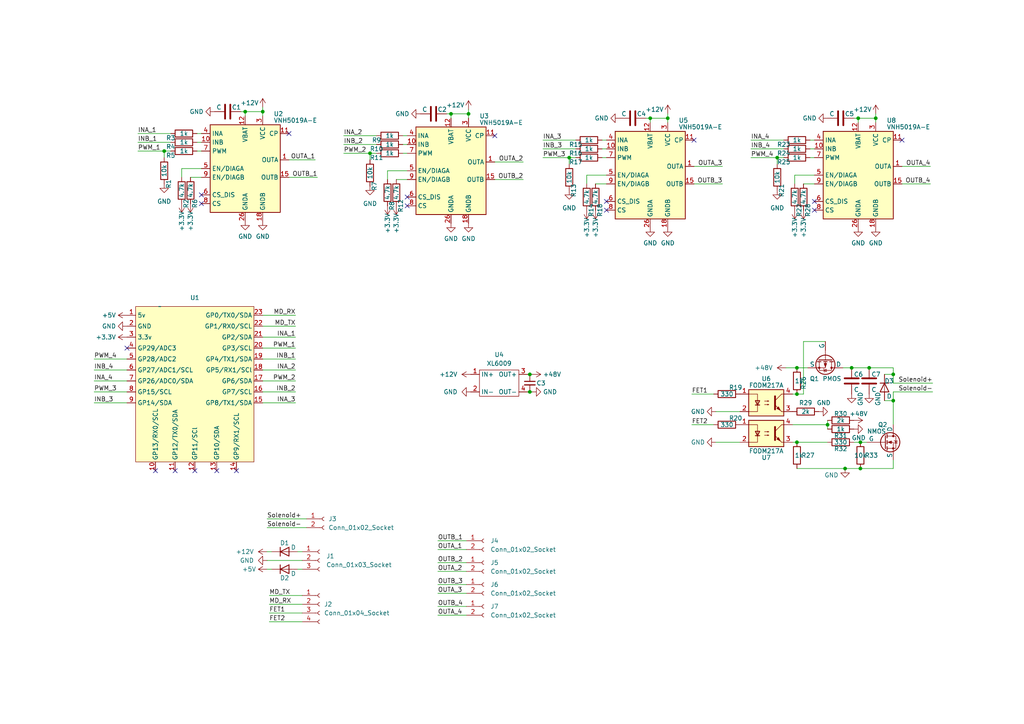
<source format=kicad_sch>
(kicad_sch (version 20230121) (generator eeschema)
  (paper "A4")
  (lib_symbols
    (symbol "Connector:Conn_01x02_Socket" (pin_names (offset 1.016) hide)
      (property "Reference" "J" (at 0 2.54 0))
      (property "Value" "Conn_01x02_Socket" (at 0 -5.08 0))
      (symbol "Conn_01x02_Socket_1_1"
        (arc (start 0 -2.032) (mid -0.5058 -2.54) (end 0 -3.048) (stroke (width 0.1524)))
        (polyline (pts (xy -1.27 -2.54) (xy -0.508 -2.54)) (stroke (width 0.1524)))
        (polyline (pts (xy -1.27 0) (xy -0.508 0)) (stroke (width 0.1524)))
        (arc (start 0 0.508) (mid -0.5058 0) (end 0 -0.508) (stroke (width 0.1524)))
        (pin passive line (at -5.08 0 0) (length 3.81) (name "Pin_1") (number "1"))
        (pin passive line (at -5.08 -2.54 0) (length 3.81) (name "Pin_2") (number "2"))
      )
    )
    (symbol "Connector:Conn_01x03_Socket" (pin_names (offset 1.016) hide)
      (property "Reference" "J" (at 0 5.08 0))
      (property "Value" "Conn_01x03_Socket" (at 0 -5.08 0))
      (symbol "Conn_01x03_Socket_1_1"
        (arc (start 0 -2.032) (mid -0.5058 -2.54) (end 0 -3.048) (stroke (width 0.1524)))
        (polyline (pts (xy -1.27 -2.54) (xy -0.508 -2.54)) (stroke (width 0.1524)))
        (polyline (pts (xy -1.27 0) (xy -0.508 0)) (stroke (width 0.1524)))
        (polyline (pts (xy -1.27 2.54) (xy -0.508 2.54)) (stroke (width 0.1524)))
        (arc (start 0 0.508) (mid -0.5058 0) (end 0 -0.508) (stroke (width 0.1524)))
        (arc (start 0 3.048) (mid -0.5058 2.54) (end 0 2.032) (stroke (width 0.1524)))
        (pin passive line (at -5.08 2.54 0) (length 3.81) (name "Pin_1") (number "1"))
        (pin passive line (at -5.08 0 0) (length 3.81) (name "Pin_2") (number "2"))
        (pin passive line (at -5.08 -2.54 0) (length 3.81) (name "Pin_3") (number "3"))
      )
    )
    (symbol "Connector:Conn_01x04_Socket" (pin_names (offset 1.016) hide)
      (property "Reference" "J" (at 0 5.08 0))
      (property "Value" "Conn_01x04_Socket" (at 0 -7.62 0))
      (symbol "Conn_01x04_Socket_1_1"
        (arc (start 0 -4.572) (mid -0.5058 -5.08) (end 0 -5.588) (stroke (width 0.1524)))
        (arc (start 0 -2.032) (mid -0.5058 -2.54) (end 0 -3.048) (stroke (width 0.1524)))
        (polyline (pts (xy -1.27 -5.08) (xy -0.508 -5.08)) (stroke (width 0.1524)))
        (polyline (pts (xy -1.27 -2.54) (xy -0.508 -2.54)) (stroke (width 0.1524)))
        (polyline (pts (xy -1.27 0) (xy -0.508 0)) (stroke (width 0.1524)))
        (polyline (pts (xy -1.27 2.54) (xy -0.508 2.54)) (stroke (width 0.1524)))
        (arc (start 0 0.508) (mid -0.5058 0) (end 0 -0.508) (stroke (width 0.1524)))
        (arc (start 0 3.048) (mid -0.5058 2.54) (end 0 2.032) (stroke (width 0.1524)))
        (pin passive line (at -5.08 2.54 0) (length 3.81) (name "Pin_1") (number "1"))
        (pin passive line (at -5.08 0 0) (length 3.81) (name "Pin_2") (number "2"))
        (pin passive line (at -5.08 -2.54 0) (length 3.81) (name "Pin_3") (number "3"))
        (pin passive line (at -5.08 -5.08 0) (length 3.81) (name "Pin_4") (number "4"))
      )
    )
    (symbol "Device:C" (pin_numbers hide) (pin_names (offset 0.254))
      (property "Reference" "C" (at 0.635 2.54 0))
      (property "Value" "C" (at 0.635 -2.54 0))
      (symbol "C_0_1"
        (polyline (pts (xy -2.032 -0.762) (xy 2.032 -0.762)) (stroke (width 0.508)))
        (polyline (pts (xy -2.032 0.762) (xy 2.032 0.762)) (stroke (width 0.508)))
      )
      (symbol "C_1_1"
        (pin passive line (at 0 3.81 270) (length 2.794) (name "~") (number "1"))
        (pin passive line (at 0 -3.81 90) (length 2.794) (name "~") (number "2"))
      )
    )
    (symbol "Device:C_Small" (pin_numbers hide) (pin_names (offset 0.254) hide)
      (property "Reference" "C" (at 0.254 1.778 0))
      (property "Value" "C_Small" (at 0.254 -2.032 0))
      (symbol "C_Small_0_1"
        (polyline (pts (xy -1.524 -0.508) (xy 1.524 -0.508)) (stroke (width 0.3302)))
        (polyline (pts (xy -1.524 0.508) (xy 1.524 0.508)) (stroke (width 0.3048)))
      )
      (symbol "C_Small_1_1"
        (pin passive line (at 0 2.54 270) (length 2.032) (name "~") (number "1"))
        (pin passive line (at 0 -2.54 90) (length 2.032) (name "~") (number "2"))
      )
    )
    (symbol "Device:D" (pin_numbers hide) (pin_names (offset 1.016) hide)
      (property "Reference" "D" (at 0 2.54 0))
      (property "Value" "D" (at 0 -2.54 0))
      (symbol "D_0_1"
        (polyline (pts (xy -1.27 1.27) (xy -1.27 -1.27)) (stroke (width 0.254)))
        (polyline (pts (xy 1.27 0) (xy -1.27 0)))
        (polyline (pts (xy 1.27 1.27) (xy 1.27 -1.27) (xy -1.27 0) (xy 1.27 1.27)) (stroke (width 0.254)))
      )
      (symbol "D_1_1"
        (pin passive line (at -3.81 0 0) (length 2.54) (name "K") (number "1"))
        (pin passive line (at 3.81 0 180) (length 2.54) (name "A") (number "2"))
      )
    )
    (symbol "Device:R" (pin_numbers hide) (pin_names (offset 0))
      (property "Reference" "R" (at 2.032 0 90))
      (property "Value" "R" (at 0 0 90))
      (symbol "R_0_1"
        (rectangle (start -1.016 -2.54) (end 1.016 2.54) (stroke (width 0.254)))
      )
      (symbol "R_1_1"
        (pin passive line (at 0 3.81 270) (length 1.27) (name "~") (number "1"))
        (pin passive line (at 0 -3.81 90) (length 1.27) (name "~") (number "2"))
      )
    )
    (symbol "Driver_Motor:VNH5019A-E"
      (property "Reference" "U" (at -7.62 13.97 0))
      (property "Value" "VNH5019A-E" (at 12.7 13.97 0))
      (symbol "VNH5019A-E_0_1"
        (rectangle (start -10.16 12.7) (end 10.16 -12.7) (stroke (width 0.254)) (fill (type background)))
      )
      (symbol "VNH5019A-E_1_1"
        (pin output line (at 12.7 2.54 180) (length 2.54) (name "OUTA") (number "1"))
        (pin input line (at -12.7 7.62 0) (length 2.54) (name "INB") (number "10"))
        (pin output line (at 12.7 10.16 180) (length 2.54) (name "CP") (number "11"))
        (pin power_in line (at 0 15.24 270) (length 2.54) (name "VBAT") (number "12"))
        (pin passive line (at 5.08 15.24 270) (length 2.54) hide (name "VCC") (number "13"))
        (pin no_connect line (at 10.16 -10.16 180) (length 2.54) hide (name "NC") (number "14"))
        (pin output line (at 12.7 -2.54 180) (length 2.54) (name "OUTB") (number "15"))
        (pin passive line (at 12.7 -2.54 180) (length 2.54) hide (name "OUTB") (number "16"))
        (pin no_connect line (at 10.16 -5.08 180) (length 2.54) hide (name "NC") (number "17"))
        (pin power_in line (at 5.08 -15.24 90) (length 2.54) (name "GNDB") (number "18"))
        (pin passive line (at 5.08 -15.24 90) (length 2.54) hide (name "GNDB") (number "19"))
        (pin no_connect line (at 10.16 -7.62 180) (length 2.54) hide (name "NC") (number "2"))
        (pin passive line (at 5.08 -15.24 90) (length 2.54) hide (name "GNDB") (number "20"))
        (pin passive line (at 12.7 -2.54 180) (length 2.54) hide (name "OUTB") (number "21"))
        (pin no_connect line (at 10.16 0 180) (length 2.54) hide (name "NC") (number "22"))
        (pin passive line (at 5.08 15.24 270) (length 2.54) hide (name "VCC") (number "23"))
        (pin no_connect line (at 10.16 5.08 180) (length 2.54) hide (name "NC") (number "24"))
        (pin passive line (at 12.7 2.54 180) (length 2.54) hide (name "OUTA") (number "25"))
        (pin power_in line (at 0 -15.24 90) (length 2.54) (name "GNDA") (number "26"))
        (pin passive line (at 0 -15.24 90) (length 2.54) hide (name "GNDA") (number "27"))
        (pin passive line (at 0 -15.24 90) (length 2.54) hide (name "GNDA") (number "28"))
        (pin no_connect line (at 10.16 7.62 180) (length 2.54) hide (name "NC") (number "29"))
        (pin power_in line (at 5.08 15.24 270) (length 2.54) (name "VCC") (number "3"))
        (pin passive line (at 12.7 2.54 180) (length 2.54) hide (name "OUTA") (number "30"))
        (pin passive line (at 5.08 15.24 270) (length 2.54) hide (name "VCC") (number "31"))
        (pin passive line (at 12.7 -2.54 180) (length 2.54) hide (name "OUTB") (number "32"))
        (pin passive line (at 12.7 2.54 180) (length 2.54) hide (name "OUTA") (number "33"))
        (pin input line (at -12.7 10.16 0) (length 2.54) (name "INA") (number "4"))
        (pin open_collector line (at -12.7 0 0) (length 2.54) (name "EN/DIAGA") (number "5"))
        (pin input line (at -12.7 -7.62 0) (length 2.54) (name "CS_DIS") (number "6"))
        (pin input line (at -12.7 5.08 0) (length 2.54) (name "PWM") (number "7"))
        (pin output line (at -12.7 -10.16 0) (length 2.54) (name "CS") (number "8"))
        (pin open_collector line (at -12.7 -2.54 0) (length 2.54) (name "EN/DIAGB") (number "9"))
      )
    )
    (symbol "Isolator:FODM217A"
      (property "Reference" "U" (at -5.08 5.08 0))
      (property "Value" "FODM217A" (at 0 5.08 0))
      (symbol "FODM217A_0_1"
        (rectangle (start -5.08 3.81) (end 5.08 -3.81) (stroke (width 0.254)) (fill (type background)))
        (polyline (pts (xy -3.175 -0.635) (xy -1.905 -0.635)) (stroke (width 0.254)))
        (polyline (pts (xy 2.54 0.635) (xy 4.445 2.54)))
        (polyline (pts (xy 4.445 -2.54) (xy 2.54 -0.635)) (fill (type outline)))
        (polyline (pts (xy 4.445 -2.54) (xy 5.08 -2.54)))
        (polyline (pts (xy 4.445 2.54) (xy 5.08 2.54)))
        (polyline (pts (xy -5.08 2.54) (xy -2.54 2.54) (xy -2.54 -0.635)))
        (polyline (pts (xy -2.54 -0.635) (xy -2.54 -2.54) (xy -5.08 -2.54)))
        (polyline (pts (xy 2.54 1.905) (xy 2.54 -1.905) (xy 2.54 -1.905)) (stroke (width 0.508)))
        (polyline (pts (xy -2.54 -0.635) (xy -3.175 0.635) (xy -1.905 0.635) (xy -2.54 -0.635)) (stroke (width 0.254)))
        (polyline (pts (xy -0.508 -0.508) (xy 0.762 -0.508) (xy 0.381 -0.635) (xy 0.381 -0.381) (xy 0.762 -0.508)))
        (polyline (pts (xy -0.508 0.508) (xy 0.762 0.508) (xy 0.381 0.381) (xy 0.381 0.635) (xy 0.762 0.508)))
        (polyline (pts (xy 3.048 -1.651) (xy 3.556 -1.143) (xy 4.064 -2.159) (xy 3.048 -1.651) (xy 3.048 -1.651)) (fill (type outline)))
      )
      (symbol "FODM217A_1_1"
        (pin passive line (at -7.62 2.54 0) (length 2.54) (name "~") (number "1"))
        (pin passive line (at -7.62 -2.54 0) (length 2.54) (name "~") (number "2"))
        (pin passive line (at 7.62 -2.54 180) (length 2.54) (name "~") (number "3"))
        (pin passive line (at 7.62 2.54 180) (length 2.54) (name "~") (number "4"))
      )
    )
    (symbol "RP2040_ZERO:RP2040_ZERO"
      (property "Reference" "U" (at 0 1.27 0))
      (symbol "RP2040_ZERO_1_1"
        (rectangle (start -17.145 0) (end 17.145 -45.085) (fill (type background)))
        (pin power_in line (at -19.685 -2.54 0) (length 2.54) (name "5v") (number "1"))
        (pin bidirectional line (at -11.43 -47.625 90) (length 2.54) (name "GP13/RX0/SCL") (number "10"))
        (pin bidirectional line (at -5.715 -47.625 90) (length 2.54) (name "GP12/TX0/SDA") (number "11"))
        (pin bidirectional line (at 0 -47.625 90) (length 2.54) (name "GP11/SCl") (number "12"))
        (pin bidirectional line (at 6.35 -47.625 90) (length 2.54) (name "GP10/SDA") (number "13"))
        (pin bidirectional line (at 12.065 -47.625 90) (length 2.54) (name "GP9/RX1/SCL") (number "14"))
        (pin bidirectional line (at 19.685 -27.94 180) (length 2.54) (name "GP8/TX1/SDA") (number "15"))
        (pin bidirectional line (at 19.685 -24.765 180) (length 2.54) (name "GP7/SCL") (number "16"))
        (pin bidirectional line (at 19.685 -21.59 180) (length 2.54) (name "GP6/SDA") (number "17"))
        (pin bidirectional line (at 19.685 -18.415 180) (length 2.54) (name "GP5/RX1/SCl") (number "18"))
        (pin bidirectional line (at 19.685 -15.24 180) (length 2.54) (name "GP4/TX1/SDA") (number "19"))
        (pin power_in line (at -19.685 -5.715 0) (length 2.54) (name "GND") (number "2"))
        (pin bidirectional line (at 19.685 -12.065 180) (length 2.54) (name "GP3/SCL") (number "20"))
        (pin bidirectional line (at 19.685 -8.89 180) (length 2.54) (name "GP2/SDA") (number "21"))
        (pin bidirectional line (at 19.685 -5.715 180) (length 2.54) (name "GP1/RX0/SCL") (number "22"))
        (pin bidirectional line (at 19.685 -2.54 180) (length 2.54) (name "GP0/TX0/SDA") (number "23"))
        (pin power_in line (at -19.685 -8.89 0) (length 2.54) (name "3.3v") (number "3"))
        (pin bidirectional line (at -19.685 -12.065 0) (length 2.54) (name "GP29/ADC3") (number "4"))
        (pin bidirectional line (at -19.685 -15.24 0) (length 2.54) (name "GP28/ADC2") (number "5"))
        (pin bidirectional line (at -19.685 -18.415 0) (length 2.54) (name "GP27/ADC1/SCL") (number "6"))
        (pin bidirectional line (at -19.685 -21.59 0) (length 2.54) (name "GP26/ADC0/SDA") (number "7"))
        (pin bidirectional line (at -19.685 -24.765 0) (length 2.54) (name "GP15/SCL") (number "8"))
        (pin bidirectional line (at -19.685 -27.94 0) (length 2.54) (name "GP14/SDA") (number "9"))
      )
    )
    (symbol "Simulation_SPICE:NMOS" (pin_numbers hide) (pin_names (offset 0))
      (property "Reference" "Q" (at 5.08 1.27 0))
      (property "Value" "NMOS" (at 5.08 -1.27 0))
      (symbol "NMOS_0_1"
        (polyline (pts (xy 0.254 0) (xy -2.54 0)))
        (polyline (pts (xy 0.254 1.905) (xy 0.254 -1.905)) (stroke (width 0.254)))
        (polyline (pts (xy 0.762 -1.27) (xy 0.762 -2.286)) (stroke (width 0.254)))
        (polyline (pts (xy 0.762 0.508) (xy 0.762 -0.508)) (stroke (width 0.254)))
        (polyline (pts (xy 0.762 2.286) (xy 0.762 1.27)) (stroke (width 0.254)))
        (polyline (pts (xy 2.54 2.54) (xy 2.54 1.778)))
        (polyline (pts (xy 2.54 -2.54) (xy 2.54 0) (xy 0.762 0)))
        (polyline (pts (xy 0.762 -1.778) (xy 3.302 -1.778) (xy 3.302 1.778) (xy 0.762 1.778)))
        (polyline (pts (xy 1.016 0) (xy 2.032 0.381) (xy 2.032 -0.381) (xy 1.016 0)) (fill (type outline)))
        (polyline (pts (xy 2.794 0.508) (xy 2.921 0.381) (xy 3.683 0.381) (xy 3.81 0.254)))
        (polyline (pts (xy 3.302 0.381) (xy 2.921 -0.254) (xy 3.683 -0.254) (xy 3.302 0.381)))
        (circle (center 1.651 0) (radius 2.794) (stroke (width 0.254)))
        (circle (center 2.54 -1.778) (radius 0.254) (fill (type outline)))
        (circle (center 2.54 1.778) (radius 0.254) (fill (type outline)))
      )
      (symbol "NMOS_1_1"
        (pin passive line (at 2.54 5.08 270) (length 2.54) (name "D") (number "1"))
        (pin input line (at -5.08 0 0) (length 2.54) (name "G") (number "2"))
        (pin passive line (at 2.54 -5.08 90) (length 2.54) (name "S") (number "3"))
      )
    )
    (symbol "Simulation_SPICE:PMOS" (pin_numbers hide) (pin_names (offset 0))
      (property "Reference" "Q" (at 5.08 1.27 0))
      (property "Value" "PMOS" (at 5.08 -1.27 0))
      (symbol "PMOS_0_1"
        (polyline (pts (xy 0.254 0) (xy -2.54 0)))
        (polyline (pts (xy 0.254 1.905) (xy 0.254 -1.905)) (stroke (width 0.254)))
        (polyline (pts (xy 0.762 -1.27) (xy 0.762 -2.286)) (stroke (width 0.254)))
        (polyline (pts (xy 0.762 0.508) (xy 0.762 -0.508)) (stroke (width 0.254)))
        (polyline (pts (xy 0.762 2.286) (xy 0.762 1.27)) (stroke (width 0.254)))
        (polyline (pts (xy 2.54 2.54) (xy 2.54 1.778)))
        (polyline (pts (xy 2.54 -2.54) (xy 2.54 0) (xy 0.762 0)))
        (polyline (pts (xy 0.762 1.778) (xy 3.302 1.778) (xy 3.302 -1.778) (xy 0.762 -1.778)))
        (polyline (pts (xy 2.286 0) (xy 1.27 0.381) (xy 1.27 -0.381) (xy 2.286 0)) (fill (type outline)))
        (polyline (pts (xy 2.794 -0.508) (xy 2.921 -0.381) (xy 3.683 -0.381) (xy 3.81 -0.254)))
        (polyline (pts (xy 3.302 -0.381) (xy 2.921 0.254) (xy 3.683 0.254) (xy 3.302 -0.381)))
        (circle (center 1.651 0) (radius 2.794) (stroke (width 0.254)))
        (circle (center 2.54 -1.778) (radius 0.254) (fill (type outline)))
        (circle (center 2.54 1.778) (radius 0.254) (fill (type outline)))
      )
      (symbol "PMOS_1_1"
        (pin passive line (at 2.54 5.08 270) (length 2.54) (name "D") (number "1"))
        (pin input line (at -5.08 0 0) (length 2.54) (name "G") (number "2"))
        (pin passive line (at 2.54 -5.08 90) (length 2.54) (name "S") (number "3"))
      )
    )
    (symbol "XL6009:XL6009"
      (property "Reference" "U5" (at 0.635 1.905 0))
      (property "Value" "XL6009" (at 0.635 -0.635 0))
      (symbol "XL6009_0_1"
        (rectangle (start -5.08 -2.54) (end 6.35 -10.16))
      )
      (symbol "XL6009_1_1"
        (pin input line (at -7.62 -3.81 0) (length 2.54) (name "IN+") (number "1"))
        (pin input line (at -7.62 -8.89 0) (length 2.54) (name "IN-") (number "2"))
        (pin input line (at 8.89 -3.81 180) (length 2.54) (name "OUT+") (number "3"))
        (pin input line (at 8.89 -8.89 180) (length 2.54) (name "OUT-") (number "4"))
      )
    )
    (symbol "power:+12V" (power) (pin_names (offset 0))
      (property "Value" "+12V" (at 0 3.556 0))
      (symbol "+12V_0_1"
        (polyline (pts (xy -0.762 1.27) (xy 0 2.54)))
        (polyline (pts (xy 0 0) (xy 0 2.54)))
        (polyline (pts (xy 0 2.54) (xy 0.762 1.27)))
      )
      (symbol "+12V_1_1"
        (pin power_in line (at 0 0 90) (length 0) hide (name "+12V") (number "1"))
      )
    )
    (symbol "power:+3.3V" (power) (pin_names (offset 0))
      (property "Value" "+3.3V" (at 0 3.556 0))
      (symbol "+3.3V_0_1"
        (polyline (pts (xy -0.762 1.27) (xy 0 2.54)))
        (polyline (pts (xy 0 0) (xy 0 2.54)))
        (polyline (pts (xy 0 2.54) (xy 0.762 1.27)))
      )
      (symbol "+3.3V_1_1"
        (pin power_in line (at 0 0 90) (length 0) hide (name "+3.3V") (number "1"))
      )
    )
    (symbol "power:+48V" (power) (pin_names (offset 0))
      (property "Value" "+48V" (at 0 3.556 0))
      (symbol "+48V_0_1"
        (polyline (pts (xy -0.762 1.27) (xy 0 2.54)))
        (polyline (pts (xy 0 0) (xy 0 2.54)))
        (polyline (pts (xy 0 2.54) (xy 0.762 1.27)))
      )
      (symbol "+48V_1_1"
        (pin power_in line (at 0 0 90) (length 0) hide (name "+48V") (number "1"))
      )
    )
    (symbol "power:+5V" (power) (pin_names (offset 0))
      (property "Value" "+5V" (at 0 3.556 0))
      (symbol "+5V_0_1"
        (polyline (pts (xy -0.762 1.27) (xy 0 2.54)))
        (polyline (pts (xy 0 0) (xy 0 2.54)))
        (polyline (pts (xy 0 2.54) (xy 0.762 1.27)))
      )
      (symbol "+5V_1_1"
        (pin power_in line (at 0 0 90) (length 0) hide (name "+5V") (number "1"))
      )
    )
    (symbol "power:GND" (power) (pin_names (offset 0))
      (property "Value" "GND" (at 0 -3.81 0))
      (symbol "GND_0_1"
        (polyline (pts (xy 0 0) (xy 0 -1.27) (xy 1.27 -1.27) (xy 0 -2.54) (xy -1.27 -1.27) (xy 0 -1.27)))
      )
      (symbol "GND_1_1"
        (pin power_in line (at 0 0 270) (length 0) hide (name "GND") (number "1"))
      )
    )
  )
  (junction (at 193.675 34.29))
  (junction (at 240.03 123.19))
  (junction (at 165.1 45.72))
  (junction (at 231.14 128.27))
  (junction (at 259.08 108.585))
  (junction (at 231.14 106.68))
  (junction (at 47.625 43.815))
  (junction (at 135.89 33.02))
  (junction (at 249.555 135.89))
  (junction (at 254 34.29))
  (junction (at 231.14 114.3))
  (junction (at 130.81 33.02))
  (junction (at 249.555 128.27))
  (junction (at 71.12 32.385))
  (junction (at 188.595 34.29))
  (junction (at 259.08 116.205))
  (junction (at 247.015 106.68))
  (junction (at 225.425 45.72))
  (junction (at 245.11 135.89))
  (junction (at 153.67 113.665))
  (junction (at 252.095 106.68))
  (junction (at 107.315 44.45))
  (junction (at 248.92 34.29))
  (junction (at 153.67 108.585))
  (junction (at 76.2 32.385))
  (no_connect (at 68.58 136.525))
  (no_connect (at 83.82 38.735))
  (no_connect (at 36.83 100.965))
  (no_connect (at 58.42 59.055))
  (no_connect (at 201.295 40.64))
  (no_connect (at 175.895 58.42))
  (no_connect (at 56.515 136.525))
  (no_connect (at 236.22 58.42))
  (no_connect (at 50.8 136.525))
  (no_connect (at 45.085 136.525))
  (no_connect (at 58.42 56.515))
  (no_connect (at 118.11 59.69))
  (no_connect (at 143.51 39.37))
  (no_connect (at 236.22 60.96))
  (no_connect (at 118.11 57.15))
  (no_connect (at 62.865 136.525))
  (no_connect (at 261.62 40.64))
  (no_connect (at 175.895 60.96))
  (wire (pts (xy 259.08 116.205) (xy 259.08 123.19)))
  (wire (pts (xy 259.08 108.585) (xy 256.54 108.585)))
  (wire (pts (xy 129.54 33.02) (xy 130.81 33.02)))
  (wire (pts (xy 71.12 32.385) (xy 71.12 33.655)))
  (wire (pts (xy 174.625 43.18) (xy 175.895 43.18)))
  (wire (pts (xy 254 33.02) (xy 254 34.29)))
  (wire (pts (xy 52.705 48.895) (xy 58.42 48.895)))
  (wire (pts (xy 127 178.435) (xy 135.255 178.435)))
  (wire (pts (xy 249.555 128.27) (xy 251.46 128.27)))
  (wire (pts (xy 78.105 180.34) (xy 87.63 180.34)))
  (wire (pts (xy 112.395 49.53) (xy 118.11 49.53)))
  (wire (pts (xy 127 156.845) (xy 135.255 156.845)))
  (wire (pts (xy 85.725 110.49) (xy 76.2 110.49)))
  (wire (pts (xy 116.84 39.37) (xy 118.11 39.37)))
  (wire (pts (xy 170.18 53.34) (xy 170.18 50.8)))
  (wire (pts (xy 127 165.735) (xy 135.255 165.735)))
  (wire (pts (xy 270.51 111.125) (xy 259.08 111.125)))
  (wire (pts (xy 225.425 45.72) (xy 225.425 47.625)))
  (wire (pts (xy 85.725 107.315) (xy 76.2 107.315)))
  (wire (pts (xy 127 159.385) (xy 135.255 159.385)))
  (wire (pts (xy 116.84 44.45) (xy 118.11 44.45)))
  (wire (pts (xy 127 172.085) (xy 135.255 172.085)))
  (wire (pts (xy 99.695 44.45) (xy 107.315 44.45)))
  (wire (pts (xy 244.475 106.68) (xy 247.015 106.68)))
  (wire (pts (xy 230.505 53.34) (xy 230.505 50.8)))
  (wire (pts (xy 225.425 45.72) (xy 227.33 45.72)))
  (wire (pts (xy 234.95 43.18) (xy 236.22 43.18)))
  (wire (pts (xy 27.305 116.84) (xy 36.83 116.84)))
  (wire (pts (xy 259.08 135.89) (xy 259.08 133.35)))
  (wire (pts (xy 78.105 177.8) (xy 87.63 177.8)))
  (wire (pts (xy 52.705 51.435) (xy 52.705 48.895)))
  (wire (pts (xy 233.045 99.06) (xy 239.395 99.06)))
  (wire (pts (xy 151.765 52.07) (xy 143.51 52.07)))
  (wire (pts (xy 78.105 172.72) (xy 87.63 172.72)))
  (wire (pts (xy 92.075 51.435) (xy 83.82 51.435)))
  (wire (pts (xy 193.675 33.02) (xy 193.675 34.29)))
  (wire (pts (xy 76.2 31.115) (xy 76.2 32.385)))
  (wire (pts (xy 209.55 48.26) (xy 201.295 48.26)))
  (wire (pts (xy 153.035 108.585) (xy 153.67 108.585)))
  (wire (pts (xy 231.14 128.27) (xy 240.03 128.27)))
  (wire (pts (xy 47.625 43.815) (xy 47.625 45.72)))
  (wire (pts (xy 170.18 50.8) (xy 175.895 50.8)))
  (wire (pts (xy 130.81 33.02) (xy 135.89 33.02)))
  (wire (pts (xy 85.725 116.84) (xy 76.2 116.84)))
  (wire (pts (xy 172.72 53.34) (xy 175.895 53.34)))
  (wire (pts (xy 234.95 40.64) (xy 236.22 40.64)))
  (wire (pts (xy 270.51 113.665) (xy 259.08 113.665)))
  (wire (pts (xy 86.36 165.1) (xy 87.63 165.1)))
  (wire (pts (xy 200.66 114.3) (xy 207.01 114.3)))
  (wire (pts (xy 153.67 113.665) (xy 154.305 113.665)))
  (wire (pts (xy 230.505 50.8) (xy 236.22 50.8)))
  (wire (pts (xy 248.92 34.29) (xy 248.92 35.56)))
  (wire (pts (xy 57.15 38.735) (xy 58.42 38.735)))
  (wire (pts (xy 127 175.895) (xy 135.255 175.895)))
  (wire (pts (xy 231.14 114.3) (xy 233.045 114.3)))
  (wire (pts (xy 229.87 114.3) (xy 231.14 114.3)))
  (wire (pts (xy 85.725 94.615) (xy 76.2 94.615)))
  (wire (pts (xy 231.14 135.89) (xy 245.11 135.89)))
  (wire (pts (xy 207.645 119.38) (xy 214.63 119.38)))
  (wire (pts (xy 99.695 41.91) (xy 109.22 41.91)))
  (wire (pts (xy 193.675 34.29) (xy 193.675 35.56)))
  (wire (pts (xy 151.765 46.99) (xy 143.51 46.99)))
  (wire (pts (xy 76.2 32.385) (xy 76.2 33.655)))
  (wire (pts (xy 112.395 52.07) (xy 112.395 49.53)))
  (wire (pts (xy 76.2 100.965) (xy 85.725 100.965)))
  (wire (pts (xy 57.15 41.275) (xy 58.42 41.275)))
  (wire (pts (xy 207.645 128.27) (xy 214.63 128.27)))
  (wire (pts (xy 40.005 41.275) (xy 49.53 41.275)))
  (wire (pts (xy 217.805 40.64) (xy 227.33 40.64)))
  (wire (pts (xy 77.47 162.56) (xy 87.63 162.56)))
  (wire (pts (xy 135.89 31.75) (xy 135.89 33.02)))
  (wire (pts (xy 233.045 114.3) (xy 233.045 99.06)))
  (wire (pts (xy 55.245 51.435) (xy 58.42 51.435)))
  (wire (pts (xy 77.47 153.035) (xy 88.9 153.035)))
  (wire (pts (xy 188.595 34.29) (xy 188.595 35.56)))
  (wire (pts (xy 85.725 91.44) (xy 76.2 91.44)))
  (wire (pts (xy 85.725 97.79) (xy 76.2 97.79)))
  (wire (pts (xy 130.81 33.02) (xy 130.81 34.29)))
  (wire (pts (xy 40.005 43.815) (xy 47.625 43.815)))
  (wire (pts (xy 229.87 123.19) (xy 240.03 123.19)))
  (wire (pts (xy 77.47 160.02) (xy 78.74 160.02)))
  (wire (pts (xy 99.695 39.37) (xy 109.22 39.37)))
  (wire (pts (xy 127 163.195) (xy 135.255 163.195)))
  (wire (pts (xy 27.305 107.315) (xy 36.83 107.315)))
  (wire (pts (xy 174.625 45.72) (xy 175.895 45.72)))
  (wire (pts (xy 78.105 175.26) (xy 87.63 175.26)))
  (wire (pts (xy 40.005 38.735) (xy 49.53 38.735)))
  (wire (pts (xy 259.08 116.205) (xy 256.54 116.205)))
  (wire (pts (xy 217.805 45.72) (xy 225.425 45.72)))
  (wire (pts (xy 227.965 106.68) (xy 231.14 106.68)))
  (wire (pts (xy 229.87 128.27) (xy 231.14 128.27)))
  (wire (pts (xy 157.48 43.18) (xy 167.005 43.18)))
  (wire (pts (xy 247.65 34.29) (xy 248.92 34.29)))
  (wire (pts (xy 153.67 113.665) (xy 153.035 113.665)))
  (wire (pts (xy 259.08 106.68) (xy 259.08 108.585)))
  (wire (pts (xy 157.48 45.72) (xy 165.1 45.72)))
  (wire (pts (xy 116.84 41.91) (xy 118.11 41.91)))
  (wire (pts (xy 107.315 44.45) (xy 109.22 44.45)))
  (wire (pts (xy 85.725 104.14) (xy 76.2 104.14)))
  (wire (pts (xy 174.625 40.64) (xy 175.895 40.64)))
  (wire (pts (xy 240.03 123.19) (xy 240.03 124.46)))
  (wire (pts (xy 135.89 33.02) (xy 135.89 34.29)))
  (wire (pts (xy 240.03 121.92) (xy 240.03 123.19)))
  (wire (pts (xy 91.44 46.355) (xy 83.82 46.355)))
  (wire (pts (xy 47.625 43.815) (xy 49.53 43.815)))
  (wire (pts (xy 231.14 106.68) (xy 234.315 106.68)))
  (wire (pts (xy 234.95 45.72) (xy 236.22 45.72)))
  (wire (pts (xy 153.67 108.585) (xy 154.305 108.585)))
  (wire (pts (xy 57.15 43.815) (xy 58.42 43.815)))
  (wire (pts (xy 247.015 106.68) (xy 252.095 106.68)))
  (wire (pts (xy 165.1 45.72) (xy 165.1 47.625)))
  (wire (pts (xy 86.36 160.02) (xy 87.63 160.02)))
  (wire (pts (xy 200.66 123.19) (xy 207.01 123.19)))
  (wire (pts (xy 114.935 52.07) (xy 118.11 52.07)))
  (wire (pts (xy 188.595 34.29) (xy 193.675 34.29)))
  (wire (pts (xy 248.92 34.29) (xy 254 34.29)))
  (wire (pts (xy 27.305 110.49) (xy 36.83 110.49)))
  (wire (pts (xy 269.875 48.26) (xy 261.62 48.26)))
  (wire (pts (xy 254 34.29) (xy 254 35.56)))
  (wire (pts (xy 27.305 104.14) (xy 36.83 104.14)))
  (wire (pts (xy 259.08 113.665) (xy 259.08 116.205)))
  (wire (pts (xy 77.47 150.495) (xy 88.9 150.495)))
  (wire (pts (xy 27.305 113.665) (xy 36.83 113.665)))
  (wire (pts (xy 127 169.545) (xy 135.255 169.545)))
  (wire (pts (xy 269.875 53.34) (xy 261.62 53.34)))
  (wire (pts (xy 187.325 34.29) (xy 188.595 34.29)))
  (wire (pts (xy 209.55 53.34) (xy 201.295 53.34)))
  (wire (pts (xy 71.12 32.385) (xy 76.2 32.385)))
  (wire (pts (xy 165.1 45.72) (xy 167.005 45.72)))
  (wire (pts (xy 247.65 128.27) (xy 249.555 128.27)))
  (wire (pts (xy 252.095 106.68) (xy 259.08 106.68)))
  (wire (pts (xy 249.555 135.89) (xy 259.08 135.89)))
  (wire (pts (xy 77.47 165.1) (xy 78.74 165.1)))
  (wire (pts (xy 245.11 135.89) (xy 249.555 135.89)))
  (wire (pts (xy 69.85 32.385) (xy 71.12 32.385)))
  (wire (pts (xy 259.08 111.125) (xy 259.08 108.585)))
  (wire (pts (xy 107.315 44.45) (xy 107.315 46.355)))
  (wire (pts (xy 217.805 43.18) (xy 227.33 43.18)))
  (wire (pts (xy 157.48 40.64) (xy 167.005 40.64)))
  (wire (pts (xy 85.725 113.665) (xy 76.2 113.665)))
  (wire (pts (xy 233.045 53.34) (xy 236.22 53.34)))
  (label "FET1" (at 78.105 177.8 0))
  (label "FET2" (at 200.66 123.19 0))
  (label "INA_2" (at 85.725 107.315 180))
  (label "PWM_2" (at 99.695 44.45 0))
  (label "INA_1" (at 40.005 38.735 0))
  (label "INA_2" (at 99.695 39.37 0))
  (label "INB_2" (at 99.695 41.91 0))
  (label "FET2" (at 78.105 180.34 0))
  (label "OUTA_1" (at 91.44 46.355 180))
  (label "INA_3" (at 85.725 116.84 180))
  (label "MD_TX" (at 78.105 172.72 0))
  (label "OUTA_4" (at 269.875 48.26 180))
  (label "Solenoid-" (at 270.51 113.665 180))
  (label "INB_4" (at 27.305 107.315 0))
  (label "OUTB_1" (at 127 156.845 0))
  (label "INB_3" (at 157.48 43.18 0))
  (label "PWM_2" (at 85.725 110.49 180))
  (label "MD_RX" (at 78.105 175.26 0))
  (label "PWM_3" (at 157.48 45.72 0))
  (label "INA_4" (at 27.305 110.49 0))
  (label "INA_1" (at 85.725 97.79 180))
  (label "OUTA_4" (at 127 178.435 0))
  (label "INB_1" (at 40.005 41.275 0))
  (label "OUTB_3" (at 209.55 53.34 180))
  (label "OUTB_3" (at 127 169.545 0))
  (label "OUTA_3" (at 209.55 48.26 180))
  (label "Solenoid-" (at 77.47 153.035 0))
  (label "MD_RX" (at 85.725 91.44 180))
  (label "Solenoid+" (at 270.51 111.125 180))
  (label "FET1" (at 200.66 114.3 0))
  (label "MD_TX" (at 85.725 94.615 180))
  (label "PWM_3" (at 27.305 113.665 0))
  (label "INB_1" (at 85.725 104.14 180))
  (label "INB_2" (at 85.725 113.665 180))
  (label "OUTB_2" (at 151.765 52.07 180))
  (label "INB_3" (at 27.305 116.84 0))
  (label "OUTA_2" (at 127 165.735 0))
  (label "OUTB_2" (at 127 163.195 0))
  (label "PWM_1" (at 40.005 43.815 0))
  (label "OUTA_2" (at 151.765 46.99 180))
  (label "OUTA_1" (at 127 159.385 0))
  (label "PWM_1" (at 85.725 100.965 180))
  (label "OUTA_3" (at 127 172.085 0))
  (label "INB_4" (at 217.805 43.18 0))
  (label "Solenoid+" (at 77.47 150.495 0))
  (label "INA_4" (at 217.805 40.64 0))
  (label "INA_3" (at 157.48 40.64 0))
  (label "OUTB_1" (at 92.075 51.435 180))
  (label "OUTB_4" (at 269.875 53.34 180))
  (label "OUTB_4" (at 127 175.895 0))
  (label "PWM_4" (at 27.305 104.14 0))
  (label "PWM_4" (at 217.805 45.72 0))
  (symbol (lib_id "power:GND") (at 107.315 53.975 0) (unit 1)
    (property "Reference" "#PWR014" (effects hide))
    (property "Value" "GND" (at 107.315 59.055 0))
  )
  (symbol (lib_id "Connector:Conn_01x02_Socket") (at 140.335 175.895 0) (unit 1)
    (property "Reference" "J7" (at 142.24 175.895 0) (effects (justify left)))
    (property "Value" "Conn_01x02_Socket" (at 142.24 178.435 0) (effects (justify left)))
    (property "Footprint" "Connector_JST:JST_XH_S2B-XH-A_1x02_P2.50mm_Horizontal" (effects hide))
  )
  (symbol (lib_id "power:GND") (at 254 66.04 0) (unit 1)
    (property "Reference" "#PWR047" (effects hide))
    (property "Value" "GND" (at 254 70.485 0))
  )
  (symbol (lib_id "power:GND") (at 193.675 66.04 0) (unit 1)
    (property "Reference" "#PWR031" (effects hide))
    (property "Value" "GND" (at 193.675 70.485 0))
  )
  (symbol (lib_id "power:GND") (at 247.015 114.3 0) (unit 1)
    (property "Reference" "#PWR041" (effects hide))
    (property "Value" "GND" (at 249.555 113.665 90) (effects (justify right)))
  )
  (symbol (lib_id "Driver_Motor:VNH5019A-E") (at 188.595 50.8 0) (unit 1)
    (property "Reference" "U5" (at 196.85 34.925 0) (effects (justify left)))
    (property "Value" "VNH5019A-E" (at 196.85 36.83 0) (effects (justify left)))
    (property "Footprint" "Package_SO:ST_MultiPowerSO-30" (effects hide))
    (property "Datasheet" "https://www.st.com/resource/en/datasheet/vnh5019a-e.pdf" (effects hide))
  )
  (symbol (lib_id "power:GND") (at 130.81 64.77 0) (unit 1)
    (property "Reference" "#PWR018" (effects hide))
    (property "Value" "GND" (at 130.81 69.215 0))
  )
  (symbol (lib_id "Connector:Conn_01x02_Socket") (at 140.335 163.195 0) (unit 1)
    (property "Reference" "J5" (at 142.24 163.195 0) (effects (justify left)))
    (property "Value" "Conn_01x02_Socket" (at 142.24 165.735 0) (effects (justify left)))
    (property "Footprint" "Connector_JST:JST_XH_S2B-XH-A_1x02_P2.50mm_Horizontal" (effects hide))
  )
  (symbol (lib_id "Device:R") (at 53.34 38.735 270) (unit 1)
    (property "Reference" "R3" (at 49.53 40.005 90))
    (property "Value" "1k" (at 53.34 38.735 90))
    (property "Footprint" "Resistor_THT:R_Axial_DIN0204_L3.6mm_D1.6mm_P5.08mm_Horizontal" (effects hide))
  )
  (symbol (lib_id "power:GND") (at 165.1 55.245 0) (unit 1)
    (property "Reference" "#PWR023" (effects hide))
    (property "Value" "GND" (at 165.1 60.325 0))
  )
  (symbol (lib_id "power:+5V") (at 36.83 91.44 90) (unit 1)
    (property "Reference" "#PWR01" (effects hide))
    (property "Value" "+5V" (at 33.655 91.44 90) (effects (justify left)))
  )
  (symbol (lib_id "Device:C") (at 125.73 33.02 90) (unit 1)
    (property "Reference" "C2" (at 128.27 31.75 90))
    (property "Value" "C" (at 123.19 31.75 90))
    (property "Footprint" "Capacitor_THT:CP_Radial_D5.0mm_P2.50mm" (effects hide))
  )
  (symbol (lib_id "Device:R") (at 113.03 39.37 270) (unit 1)
    (property "Reference" "R9" (at 109.22 40.64 90))
    (property "Value" "1k" (at 113.03 39.37 90))
    (property "Footprint" "Resistor_THT:R_Axial_DIN0204_L3.6mm_D1.6mm_P5.08mm_Horizontal" (effects hide))
  )
  (symbol (lib_id "power:GND") (at 135.89 64.77 0) (unit 1)
    (property "Reference" "#PWR020" (effects hide))
    (property "Value" "GND" (at 135.89 69.215 0))
  )
  (symbol (lib_id "Device:R") (at 210.82 114.3 90) (unit 1)
    (property "Reference" "R19" (at 213.36 112.395 90))
    (property "Value" "330" (at 210.82 114.3 90))
    (property "Footprint" "Resistor_THT:R_Axial_DIN0204_L3.6mm_D1.6mm_P5.08mm_Horizontal" (effects hide))
  )
  (symbol (lib_id "Device:R") (at 231.14 40.64 270) (unit 1)
    (property "Reference" "R23" (at 227.33 41.91 90))
    (property "Value" "1k" (at 231.14 40.64 90))
    (property "Footprint" "Resistor_THT:R_Axial_DIN0204_L3.6mm_D1.6mm_P5.08mm_Horizontal" (effects hide))
  )
  (symbol (lib_id "Driver_Motor:VNH5019A-E") (at 130.81 49.53 0) (unit 1)
    (property "Reference" "U3" (at 139.065 33.655 0) (effects (justify left)))
    (property "Value" "VNH5019A-E" (at 139.065 35.56 0) (effects (justify left)))
    (property "Footprint" "Package_SO:ST_MultiPowerSO-30" (effects hide))
    (property "Datasheet" "https://www.st.com/resource/en/datasheet/vnh5019a-e.pdf" (effects hide))
  )
  (symbol (lib_id "power:GND") (at 154.305 113.665 90) (unit 1)
    (property "Reference" "#PWR027" (effects hide))
    (property "Value" "GND" (at 157.48 113.665 90) (effects (justify right)))
  )
  (symbol (lib_id "power:+5V") (at 77.47 165.1 90) (unit 1)
    (property "Reference" "#PWR013" (effects hide))
    (property "Value" "+5V" (at 74.295 165.1 90) (effects (justify left)))
  )
  (symbol (lib_id "power:GND") (at 237.49 119.38 90) (unit 1)
    (property "Reference" "#PWR038" (effects hide))
    (property "Value" "GND" (at 236.855 116.84 90) (effects (justify right)))
  )
  (symbol (lib_id "Connector:Conn_01x02_Socket") (at 140.335 156.845 0) (unit 1)
    (property "Reference" "J4" (at 142.24 156.845 0) (effects (justify left)))
    (property "Value" "Conn_01x02_Socket" (at 142.24 159.385 0) (effects (justify left)))
    (property "Footprint" "Connector_JST:JST_XH_S2B-XH-A_1x02_P2.50mm_Horizontal" (effects hide))
  )
  (symbol (lib_id "Device:R") (at 114.935 55.88 0) (unit 1)
    (property "Reference" "R12" (at 116.205 59.69 90))
    (property "Value" "4.7k" (at 114.935 55.88 90))
    (property "Footprint" "Resistor_THT:R_Axial_DIN0204_L3.6mm_D1.6mm_P5.08mm_Horizontal" (effects hide))
  )
  (symbol (lib_id "Simulation_SPICE:NMOS") (at 256.54 128.27 0) (unit 1)
    (property "Reference" "Q2" (at 254.635 123.19 0) (effects (justify left)))
    (property "Value" "NMOS" (at 251.46 125.095 0) (effects (justify left)))
    (property "Footprint" "K15A20D:K15A20D" (effects hide))
    (property "Datasheet" "https://ngspice.sourceforge.io/docs/ngspice-manual.pdf" (effects hide))
    (property "Sim.Device" "NMOS" (effects hide))
    (property "Sim.Type" "VDMOS" (effects hide))
    (property "Sim.Pins" "1=D 2=G 3=S" (effects hide))
  )
  (symbol (lib_id "Device:R") (at 107.315 50.165 0) (unit 1)
    (property "Reference" "R7" (at 108.585 53.975 90))
    (property "Value" "10k" (at 107.315 50.165 90))
    (property "Footprint" "Resistor_THT:R_Axial_DIN0204_L3.6mm_D1.6mm_P5.08mm_Horizontal" (effects hide))
  )
  (symbol (lib_id "power:+3.3V") (at 112.395 59.69 180) (unit 1)
    (property "Reference" "#PWR015" (effects hide))
    (property "Value" "+3.3V" (at 112.395 64.77 90))
  )
  (symbol (lib_id "power:GND") (at 77.47 162.56 270) (unit 1)
    (property "Reference" "#PWR012" (effects hide))
    (property "Value" "GND" (at 73.66 162.56 90) (effects (justify right)))
  )
  (symbol (lib_id "power:+3.3V") (at 52.705 59.055 180) (unit 1)
    (property "Reference" "#PWR05" (effects hide))
    (property "Value" "+3.3V" (at 52.705 64.135 90))
  )
  (symbol (lib_id "power:GND") (at 225.425 55.245 0) (unit 1)
    (property "Reference" "#PWR034" (effects hide))
    (property "Value" "GND" (at 225.425 60.325 0))
  )
  (symbol (lib_id "power:GND") (at 47.625 53.34 0) (unit 1)
    (property "Reference" "#PWR04" (effects hide))
    (property "Value" "GND" (at 47.625 58.42 0))
  )
  (symbol (lib_id "Connector:Conn_01x02_Socket") (at 140.335 169.545 0) (unit 1)
    (property "Reference" "J6" (at 142.24 169.545 0) (effects (justify left)))
    (property "Value" "Conn_01x02_Socket" (at 142.24 172.085 0) (effects (justify left)))
    (property "Footprint" "Connector_JST:JST_XH_S2B-XH-A_1x02_P2.50mm_Horizontal" (effects hide))
  )
  (symbol (lib_id "power:+3.3V") (at 170.18 60.96 180) (unit 1)
    (property "Reference" "#PWR024" (effects hide))
    (property "Value" "+3.3V" (at 170.18 66.04 90))
  )
  (symbol (lib_id "Device:C") (at 243.84 34.29 90) (unit 1)
    (property "Reference" "C5" (at 246.38 33.02 90))
    (property "Value" "C" (at 241.3 33.02 90))
    (property "Footprint" "Capacitor_THT:CP_Radial_D5.0mm_P2.50mm" (effects hide))
  )
  (symbol (lib_id "power:GND") (at 76.2 64.135 0) (unit 1)
    (property "Reference" "#PWR010" (effects hide))
    (property "Value" "GND" (at 76.2 68.58 0))
  )
  (symbol (lib_id "power:GND") (at 247.65 124.46 90) (unit 1)
    (property "Reference" "#PWR043" (effects hide))
    (property "Value" "GND" (at 247.015 127 90) (effects (justify right)))
  )
  (symbol (lib_id "Driver_Motor:VNH5019A-E") (at 248.92 50.8 0) (unit 1)
    (property "Reference" "U8" (at 257.175 34.925 0) (effects (justify left)))
    (property "Value" "VNH5019A-E" (at 257.175 36.83 0) (effects (justify left)))
    (property "Footprint" "Package_SO:ST_MultiPowerSO-30" (effects hide))
    (property "Datasheet" "https://www.st.com/resource/en/datasheet/vnh5019a-e.pdf" (effects hide))
  )
  (symbol (lib_id "Device:C") (at 252.095 110.49 0) (unit 1)
    (property "Reference" "C7" (at 252.73 108.585 0) (effects (justify left)))
    (property "Value" "C" (at 252.73 113.03 0) (effects (justify left)))
    (property "Footprint" "Connector_JST:JST_XH_B2B-XH-A_1x02_P2.50mm_Vertical" (effects hide))
  )
  (symbol (lib_id "power:GND") (at 207.645 119.38 270) (unit 1)
    (property "Reference" "#PWR032" (effects hide))
    (property "Value" "GND" (at 204.47 119.38 90) (effects (justify right)))
  )
  (symbol (lib_id "Device:R") (at 231.14 43.18 270) (unit 1)
    (property "Reference" "R24" (at 227.33 44.45 90))
    (property "Value" "1k" (at 231.14 43.18 90))
    (property "Footprint" "Resistor_THT:R_Axial_DIN0204_L3.6mm_D1.6mm_P5.08mm_Horizontal" (effects hide))
  )
  (symbol (lib_id "power:+48V") (at 247.65 121.92 270) (unit 1)
    (property "Reference" "#PWR042" (effects hide))
    (property "Value" "+48V" (at 246.38 120.015 90) (effects (justify left)))
  )
  (symbol (lib_id "power:+12V") (at 77.47 160.02 90) (unit 1)
    (property "Reference" "#PWR011" (effects hide))
    (property "Value" "+12V" (at 73.66 160.02 90) (effects (justify left)))
  )
  (symbol (lib_id "Device:C") (at 183.515 34.29 90) (unit 1)
    (property "Reference" "C4" (at 186.055 33.02 90))
    (property "Value" "C" (at 180.975 33.02 90))
    (property "Footprint" "Capacitor_THT:CP_Radial_D5.0mm_P2.50mm" (effects hide))
  )
  (symbol (lib_id "power:+3.3V") (at 36.83 97.79 90) (unit 1)
    (property "Reference" "#PWR03" (effects hide))
    (property "Value" "+3.3V" (at 33.655 97.79 90) (effects (justify left)))
  )
  (symbol (lib_id "power:+12V") (at 136.525 108.585 90) (unit 1)
    (property "Reference" "#PWR021" (effects hide))
    (property "Value" "+12V" (at 132.715 108.585 90) (effects (justify left)))
  )
  (symbol (lib_id "Isolator:FODM217A") (at 222.25 116.84 0) (unit 1)
    (property "Reference" "U6" (at 222.25 109.855 0))
    (property "Value" "FODM217A" (at 222.25 111.76 0))
    (property "Footprint" "Package_DIP:DIP-4_W7.62mm" (effects hide))
    (property "Datasheet" "https://www.onsemi.com/pub/Collateral/FODM214-D.PDF" (effects hide))
  )
  (symbol (lib_id "power:+48V") (at 227.965 106.68 90) (unit 1)
    (property "Reference" "#PWR035" (effects hide))
    (property "Value" "+48V" (at 224.155 106.68 90) (effects (justify left)))
  )
  (symbol (lib_id "power:+12V") (at 254 33.02 0) (unit 1)
    (property "Reference" "#PWR046" (effects hide))
    (property "Value" "+12V" (at 250.19 31.75 0))
  )
  (symbol (lib_id "Connector:Conn_01x03_Socket") (at 92.71 162.56 0) (unit 1)
    (property "Reference" "J1" (at 94.615 161.29 0) (effects (justify left)))
    (property "Value" "Conn_01x03_Socket" (at 94.615 163.83 0) (effects (justify left)))
    (property "Footprint" "Connector_JST:JST_XH_B3B-XH-A_1x03_P2.50mm_Vertical" (effects hide))
  )
  (symbol (lib_id "Device:R") (at 172.72 57.15 0) (unit 1)
    (property "Reference" "R18" (at 173.99 60.96 90))
    (property "Value" "4.7k" (at 172.72 57.15 90))
    (property "Footprint" "Resistor_THT:R_Axial_DIN0204_L3.6mm_D1.6mm_P5.08mm_Horizontal" (effects hide))
  )
  (symbol (lib_id "power:GND") (at 121.92 33.02 270) (unit 1)
    (property "Reference" "#PWR017" (effects hide))
    (property "Value" "GND" (at 118.745 33.02 90) (effects (justify right)))
  )
  (symbol (lib_id "power:+12V") (at 193.675 33.02 0) (unit 1)
    (property "Reference" "#PWR030" (effects hide))
    (property "Value" "+12V" (at 189.865 31.75 0))
  )
  (symbol (lib_id "power:+3.3V") (at 114.935 59.69 180) (unit 1)
    (property "Reference" "#PWR016" (effects hide))
    (property "Value" "+3.3V" (at 114.935 64.77 90))
  )
  (symbol (lib_id "Device:R") (at 210.82 123.19 90) (unit 1)
    (property "Reference" "R20" (at 213.36 121.285 90))
    (property "Value" "330" (at 210.82 123.19 90))
    (property "Footprint" "Resistor_THT:R_Axial_DIN0204_L3.6mm_D1.6mm_P5.08mm_Horizontal" (effects hide))
  )
  (symbol (lib_id "Device:R") (at 165.1 51.435 0) (unit 1)
    (property "Reference" "R13" (at 166.37 55.245 90))
    (property "Value" "10k" (at 165.1 51.435 90))
    (property "Footprint" "Resistor_THT:R_Axial_DIN0204_L3.6mm_D1.6mm_P5.08mm_Horizontal" (effects hide))
  )
  (symbol (lib_id "Device:R") (at 231.14 110.49 180) (unit 1)
    (property "Reference" "R26" (at 233.045 113.03 90) (effects (justify right)))
    (property "Value" "1k" (at 230.505 110.49 0) (effects (justify right)))
    (property "Footprint" "Resistor_THT:R_Axial_DIN0204_L3.6mm_D1.6mm_P5.08mm_Horizontal" (effects hide))
  )
  (symbol (lib_id "Device:R") (at 170.815 40.64 270) (unit 1)
    (property "Reference" "R15" (at 167.005 41.91 90))
    (property "Value" "1k" (at 170.815 40.64 90))
    (property "Footprint" "Resistor_THT:R_Axial_DIN0204_L3.6mm_D1.6mm_P5.08mm_Horizontal" (effects hide))
  )
  (symbol (lib_id "Isolator:FODM217A") (at 222.25 125.73 0) (unit 1)
    (property "Reference" "U7" (at 222.25 132.715 0))
    (property "Value" "FODM217A" (at 222.25 130.81 0))
    (property "Footprint" "Package_DIP:DIP-4_W7.62mm" (effects hide))
    (property "Datasheet" "https://www.onsemi.com/pub/Collateral/FODM214-D.PDF" (effects hide))
  )
  (symbol (lib_id "power:+12V") (at 135.89 31.75 0) (unit 1)
    (property "Reference" "#PWR019" (effects hide))
    (property "Value" "+12V" (at 132.08 30.48 0))
  )
  (symbol (lib_id "Simulation_SPICE:PMOS") (at 239.395 104.14 270) (unit 1)
    (property "Reference" "Q1" (at 236.22 109.855 90))
    (property "Value" "PMOS" (at 241.3 109.855 90))
    (property "Footprint" "K15A20D:K15A20D" (effects hide))
    (property "Datasheet" "https://ngspice.sourceforge.io/docs/ngspice-manual.pdf" (effects hide))
    (property "Sim.Device" "PMOS" (effects hide))
    (property "Sim.Type" "VDMOS" (effects hide))
    (property "Sim.Pins" "1=D 2=G 3=S" (effects hide))
  )
  (symbol (lib_id "power:GND") (at 36.83 94.615 270) (unit 1)
    (property "Reference" "#PWR02" (effects hide))
    (property "Value" "GND" (at 33.655 94.615 90) (effects (justify right)))
  )
  (symbol (lib_id "Device:R") (at 243.84 128.27 90) (unit 1)
    (property "Reference" "R32" (at 243.84 130.175 90))
    (property "Value" "330" (at 243.84 128.27 90))
    (property "Footprint" "Resistor_THT:R_Axial_DIN0204_L3.6mm_D1.6mm_P5.08mm_Horizontal" (effects hide))
  )
  (symbol (lib_id "Device:R") (at 233.045 57.15 0) (unit 1)
    (property "Reference" "R28" (at 234.315 60.96 90))
    (property "Value" "4.7k" (at 233.045 57.15 90))
    (property "Footprint" "Resistor_THT:R_Axial_DIN0204_L3.6mm_D1.6mm_P5.08mm_Horizontal" (effects hide))
  )
  (symbol (lib_id "Driver_Motor:VNH5019A-E") (at 71.12 48.895 0) (unit 1)
    (property "Reference" "U2" (at 79.375 33.02 0) (effects (justify left)))
    (property "Value" "VNH5019A-E" (at 79.375 34.925 0) (effects (justify left)))
    (property "Footprint" "Package_SO:ST_MultiPowerSO-30" (effects hide))
    (property "Datasheet" "https://www.st.com/resource/en/datasheet/vnh5019a-e.pdf" (effects hide))
  )
  (symbol (lib_id "Device:R") (at 47.625 49.53 0) (unit 1)
    (property "Reference" "R1" (at 48.895 53.34 90))
    (property "Value" "10k" (at 47.625 49.53 90))
    (property "Footprint" "Resistor_THT:R_Axial_DIN0204_L3.6mm_D1.6mm_P5.08mm_Horizontal" (effects hide))
  )
  (symbol (lib_id "power:GND") (at 207.645 128.27 270) (unit 1)
    (property "Reference" "#PWR033" (effects hide))
    (property "Value" "GND" (at 204.47 128.27 90) (effects (justify right)))
  )
  (symbol (lib_id "power:GND") (at 62.23 32.385 270) (unit 1)
    (property "Reference" "#PWR07" (effects hide))
    (property "Value" "GND" (at 59.055 32.385 90) (effects (justify right)))
  )
  (symbol (lib_id "Device:R") (at 170.815 43.18 270) (unit 1)
    (property "Reference" "R16" (at 167.005 44.45 90))
    (property "Value" "1k" (at 170.815 43.18 90))
    (property "Footprint" "Resistor_THT:R_Axial_DIN0204_L3.6mm_D1.6mm_P5.08mm_Horizontal" (effects hide))
  )
  (symbol (lib_id "Device:R") (at 112.395 55.88 0) (unit 1)
    (property "Reference" "R8" (at 113.665 59.69 90))
    (property "Value" "4.7k" (at 112.395 55.88 90))
    (property "Footprint" "Resistor_THT:R_Axial_DIN0204_L3.6mm_D1.6mm_P5.08mm_Horizontal" (effects hide))
  )
  (symbol (lib_id "Device:R") (at 52.705 55.245 0) (unit 1)
    (property "Reference" "R2" (at 53.975 59.055 90))
    (property "Value" "4.7k" (at 52.705 55.245 90))
    (property "Footprint" "Resistor_THT:R_Axial_DIN0204_L3.6mm_D1.6mm_P5.08mm_Horizontal" (effects hide))
  )
  (symbol (lib_id "Device:R") (at 230.505 57.15 0) (unit 1)
    (property "Reference" "R22" (at 231.775 60.96 90))
    (property "Value" "4.7k" (at 230.505 57.15 90))
    (property "Footprint" "Resistor_THT:R_Axial_DIN0204_L3.6mm_D1.6mm_P5.08mm_Horizontal" (effects hide))
  )
  (symbol (lib_id "power:+3.3V") (at 172.72 60.96 180) (unit 1)
    (property "Reference" "#PWR025" (effects hide))
    (property "Value" "+3.3V" (at 172.72 66.04 90))
  )
  (symbol (lib_id "Device:R") (at 53.34 41.275 270) (unit 1)
    (property "Reference" "R4" (at 49.53 42.545 90))
    (property "Value" "1k" (at 53.34 41.275 90))
    (property "Footprint" "Resistor_THT:R_Axial_DIN0204_L3.6mm_D1.6mm_P5.08mm_Horizontal" (effects hide))
  )
  (symbol (lib_id "power:+12V") (at 76.2 31.115 0) (unit 1)
    (property "Reference" "#PWR09" (effects hide))
    (property "Value" "+12V" (at 72.39 29.845 0))
  )
  (symbol (lib_id "power:GND") (at 188.595 66.04 0) (unit 1)
    (property "Reference" "#PWR029" (effects hide))
    (property "Value" "GND" (at 188.595 70.485 0))
  )
  (symbol (lib_id "Device:R") (at 55.245 55.245 0) (unit 1)
    (property "Reference" "R6" (at 56.515 59.055 90))
    (property "Value" "4.7k" (at 55.245 55.245 90))
    (property "Footprint" "Resistor_THT:R_Axial_DIN0204_L3.6mm_D1.6mm_P5.08mm_Horizontal" (effects hide))
  )
  (symbol (lib_id "Device:D") (at 82.55 165.1 0) (unit 1)
    (property "Reference" "D2" (at 82.55 167.64 0))
    (property "Value" "D" (at 85.09 166.37 0))
    (property "Footprint" "Diode_THT:D_A-405_P7.62mm_Horizontal" (effects hide))
    (property "Sim.Device" "D" (effects hide))
    (property "Sim.Pins" "1=K 2=A" (effects hide))
  )
  (symbol (lib_id "power:GND") (at 245.11 135.89 0) (unit 1)
    (property "Reference" "#PWR040" (effects hide))
    (property "Value" "GND" (at 243.205 137.795 0) (effects (justify right)))
  )
  (symbol (lib_id "Device:R") (at 170.18 57.15 0) (unit 1)
    (property "Reference" "R14" (at 171.45 60.96 90))
    (property "Value" "4.7k" (at 170.18 57.15 90))
    (property "Footprint" "Resistor_THT:R_Axial_DIN0204_L3.6mm_D1.6mm_P5.08mm_Horizontal" (effects hide))
  )
  (symbol (lib_id "RP2040_ZERO:RP2040_ZERO") (at 56.515 88.9 0) (unit 1)
    (property "Reference" "U1" (at 56.515 86.36 0))
    (property "Value" "~" (at 46.355 88.9 0))
    (property "Footprint" "RP2040_ZERO:RP2040_ZERO" (effects hide))
  )
  (symbol (lib_id "Device:R") (at 170.815 45.72 270) (unit 1)
    (property "Reference" "R17" (at 167.005 46.99 90))
    (property "Value" "1k" (at 170.815 45.72 90))
    (property "Footprint" "Resistor_THT:R_Axial_DIN0204_L3.6mm_D1.6mm_P5.08mm_Horizontal" (effects hide))
  )
  (symbol (lib_id "Device:C") (at 247.015 110.49 0) (unit 1)
    (property "Reference" "C6" (at 247.65 108.585 0) (effects (justify left)))
    (property "Value" "C" (at 247.65 113.03 0) (effects (justify left)))
    (property "Footprint" "Connector_JST:JST_XH_B2B-XH-A_1x02_P2.50mm_Vertical" (effects hide))
  )
  (symbol (lib_id "power:+3.3V") (at 233.045 60.96 180) (unit 1)
    (property "Reference" "#PWR037" (effects hide))
    (property "Value" "+3.3V" (at 233.045 66.04 90))
  )
  (symbol (lib_id "power:GND") (at 71.12 64.135 0) (unit 1)
    (property "Reference" "#PWR08" (effects hide))
    (property "Value" "GND" (at 71.12 68.58 0))
  )
  (symbol (lib_id "power:+3.3V") (at 230.505 60.96 180) (unit 1)
    (property "Reference" "#PWR036" (effects hide))
    (property "Value" "+3.3V" (at 230.505 66.04 90))
  )
  (symbol (lib_id "Device:R") (at 243.84 121.92 270) (unit 1)
    (property "Reference" "R30" (at 243.84 120.015 90))
    (property "Value" "2k" (at 243.84 121.92 90))
    (property "Footprint" "Resistor_THT:R_Axial_DIN0204_L3.6mm_D1.6mm_P5.08mm_Horizontal" (effects hide))
  )
  (symbol (lib_id "power:GND") (at 179.705 34.29 270) (unit 1)
    (property "Reference" "#PWR028" (effects hide))
    (property "Value" "GND" (at 176.53 34.29 90) (effects (justify right)))
  )
  (symbol (lib_id "power:GND") (at 136.525 113.665 270) (unit 1)
    (property "Reference" "#PWR022" (effects hide))
    (property "Value" "GND" (at 132.715 113.665 90) (effects (justify right)))
  )
  (symbol (lib_id "power:+3.3V") (at 55.245 59.055 180) (unit 1)
    (property "Reference" "#PWR06" (effects hide))
    (property "Value" "+3.3V" (at 55.245 64.135 90))
  )
  (symbol (lib_id "Device:R") (at 113.03 41.91 270) (unit 1)
    (property "Reference" "R10" (at 109.22 43.18 90))
    (property "Value" "1k" (at 113.03 41.91 90))
    (property "Footprint" "Resistor_THT:R_Axial_DIN0204_L3.6mm_D1.6mm_P5.08mm_Horizontal" (effects hide))
  )
  (symbol (lib_id "Device:R") (at 231.14 45.72 270) (unit 1)
    (property "Reference" "R25" (at 227.33 46.99 90))
    (property "Value" "1k" (at 231.14 45.72 90))
    (property "Footprint" "Resistor_THT:R_Axial_DIN0204_L3.6mm_D1.6mm_P5.08mm_Horizontal" (effects hide))
  )
  (symbol (lib_id "Device:R") (at 249.555 132.08 180) (unit 1)
    (property "Reference" "R33" (at 252.73 132.08 0))
    (property "Value" "10k" (at 249.555 132.08 0))
    (property "Footprint" "Resistor_THT:R_Axial_DIN0204_L3.6mm_D1.6mm_P5.08mm_Horizontal" (effects hide))
  )
  (symbol (lib_id "Connector:Conn_01x04_Socket") (at 92.71 175.26 0) (unit 1)
    (property "Reference" "J2" (at 93.98 175.26 0) (effects (justify left)))
    (property "Value" "Conn_01x04_Socket" (at 93.98 177.8 0) (effects (justify left)))
    (property "Footprint" "Connector_JST:JST_XH_B4B-XH-A_1x04_P2.50mm_Vertical" (effects hide))
  )
  (symbol (lib_id "Device:D") (at 82.55 160.02 0) (unit 1)
    (property "Reference" "D1" (at 82.55 157.48 0))
    (property "Value" "D" (at 85.09 158.75 0))
    (property "Footprint" "Diode_THT:D_A-405_P7.62mm_Horizontal" (effects hide))
    (property "Sim.Device" "D" (effects hide))
    (property "Sim.Pins" "1=K 2=A" (effects hide))
  )
  (symbol (lib_id "power:GND") (at 252.095 114.3 0) (unit 1)
    (property "Reference" "#PWR045" (effects hide))
    (property "Value" "GND" (at 254.635 113.665 90) (effects (justify right)))
  )
  (symbol (lib_id "Device:R") (at 225.425 51.435 0) (unit 1)
    (property "Reference" "R21" (at 226.695 55.245 90))
    (property "Value" "10k" (at 225.425 51.435 90))
    (property "Footprint" "Resistor_THT:R_Axial_DIN0204_L3.6mm_D1.6mm_P5.08mm_Horizontal" (effects hide))
  )
  (symbol (lib_id "Device:D") (at 256.54 112.395 270) (unit 1)
    (property "Reference" "D3" (at 256.54 110.49 90) (effects (justify left)))
    (property "Value" "D" (at 257.175 114.935 90) (effects (justify left)))
    (property "Footprint" "Diode_THT:D_A-405_P7.62mm_Horizontal" (effects hide))
    (property "Sim.Device" "D" (effects hide))
    (property "Sim.Pins" "1=K 2=A" (effects hide))
  )
  (symbol (lib_id "Connector:Conn_01x02_Socket") (at 93.98 150.495 0) (unit 1)
    (property "Reference" "J3" (at 95.25 150.495 0) (effects (justify left)))
    (property "Value" "Conn_01x02_Socket" (at 95.25 153.035 0) (effects (justify left)))
    (property "Footprint" "Connector_JST:JST_XH_B2B-XH-A_1x02_P2.50mm_Vertical" (effects hide))
  )
  (symbol (lib_id "power:+48V") (at 154.305 108.585 270) (unit 1)
    (property "Reference" "#PWR026" (effects hide))
    (property "Value" "+48V" (at 157.48 108.585 90) (effects (justify left)))
  )
  (symbol (lib_id "power:GND") (at 248.92 66.04 0) (unit 1)
    (property "Reference" "#PWR044" (effects hide))
    (property "Value" "GND" (at 248.92 70.485 0))
  )
  (symbol (lib_id "Device:R") (at 53.34 43.815 270) (unit 1)
    (property "Reference" "R5" (at 49.53 45.085 90))
    (property "Value" "1k" (at 53.34 43.815 90))
    (property "Footprint" "Resistor_THT:R_Axial_DIN0204_L3.6mm_D1.6mm_P5.08mm_Horizontal" (effects hide))
  )
  (symbol (lib_id "Device:R") (at 231.14 132.08 180) (unit 1)
    (property "Reference" "R27" (at 232.41 132.08 0) (effects (justify right)))
    (property "Value" "1k" (at 230.505 132.08 0) (effects (justify right)))
    (property "Footprint" "Resistor_THT:R_Axial_DIN0204_L3.6mm_D1.6mm_P5.08mm_Horizontal" (effects hide))
  )
  (symbol (lib_id "Device:R") (at 113.03 44.45 270) (unit 1)
    (property "Reference" "R11" (at 109.22 45.72 90))
    (property "Value" "1k" (at 113.03 44.45 90))
    (property "Footprint" "Resistor_THT:R_Axial_DIN0204_L3.6mm_D1.6mm_P5.08mm_Horizontal" (effects hide))
  )
  (symbol (lib_id "Device:C") (at 66.04 32.385 90) (unit 1)
    (property "Reference" "C1" (at 68.58 31.115 90))
    (property "Value" "C" (at 63.5 31.115 90))
    (property "Footprint" "Capacitor_THT:CP_Radial_D5.0mm_P2.50mm" (effects hide))
  )
  (symbol (lib_id "XL6009:XL6009") (at 144.145 104.775 0) (unit 1)
    (property "Reference" "U4" (at 144.78 102.87 0))
    (property "Value" "XL6009" (at 144.78 105.41 0))
    (property "Footprint" "XL6009:XL6009" (effects hide))
  )
  (symbol (lib_id "Device:R") (at 243.84 124.46 270) (unit 1)
    (property "Reference" "R31" (at 243.84 126.365 90))
    (property "Value" "1k" (at 243.84 124.46 90))
    (property "Footprint" "Resistor_THT:R_Axial_DIN0204_L3.6mm_D1.6mm_P5.08mm_Horizontal" (effects hide))
  )
  (symbol (lib_id "Device:R") (at 233.68 119.38 90) (unit 1)
    (property "Reference" "R29" (at 233.68 116.84 90))
    (property "Value" "2k" (at 233.68 119.38 90))
    (property "Footprint" "Resistor_THT:R_Axial_DIN0204_L3.6mm_D1.6mm_P5.08mm_Horizontal" (effects hide))
  )
  (symbol (lib_id "power:GND") (at 240.03 34.29 270) (unit 1)
    (property "Reference" "#PWR039" (effects hide))
    (property "Value" "GND" (at 236.855 34.29 90) (effects (justify right)))
  )
  (symbol (lib_id "Device:C_Small") (at 153.67 111.125 0) (unit 1)
    (property "Reference" "C3" (at 155.575 111.125 0) (effects (justify left)))
    (property "Value" "C_Small" (effects hide))
    (property "Footprint" "Capacitor_THT:C_Disc_D3.0mm_W1.6mm_P2.50mm" (effects hide))
  )
)
</source>
